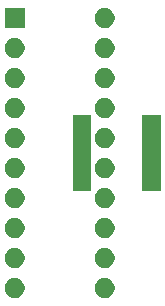
<source format=gbr>
G04 #@! TF.GenerationSoftware,KiCad,Pcbnew,(5.1.5)-3*
G04 #@! TF.CreationDate,2020-06-23T05:41:58-04:00*
G04 #@! TF.ProjectId,dip20tssop,64697032-3074-4737-936f-702e6b696361,rev?*
G04 #@! TF.SameCoordinates,Original*
G04 #@! TF.FileFunction,Soldermask,Top*
G04 #@! TF.FilePolarity,Negative*
%FSLAX46Y46*%
G04 Gerber Fmt 4.6, Leading zero omitted, Abs format (unit mm)*
G04 Created by KiCad (PCBNEW (5.1.5)-3) date 2020-06-23 05:41:58*
%MOMM*%
%LPD*%
G04 APERTURE LIST*
%ADD10C,0.100000*%
G04 APERTURE END LIST*
D10*
G36*
X114548228Y-93161703D02*
G01*
X114703100Y-93225853D01*
X114842481Y-93318985D01*
X114961015Y-93437519D01*
X115054147Y-93576900D01*
X115118297Y-93731772D01*
X115151000Y-93896184D01*
X115151000Y-94063816D01*
X115118297Y-94228228D01*
X115054147Y-94383100D01*
X114961015Y-94522481D01*
X114842481Y-94641015D01*
X114703100Y-94734147D01*
X114548228Y-94798297D01*
X114383816Y-94831000D01*
X114216184Y-94831000D01*
X114051772Y-94798297D01*
X113896900Y-94734147D01*
X113757519Y-94641015D01*
X113638985Y-94522481D01*
X113545853Y-94383100D01*
X113481703Y-94228228D01*
X113449000Y-94063816D01*
X113449000Y-93896184D01*
X113481703Y-93731772D01*
X113545853Y-93576900D01*
X113638985Y-93437519D01*
X113757519Y-93318985D01*
X113896900Y-93225853D01*
X114051772Y-93161703D01*
X114216184Y-93129000D01*
X114383816Y-93129000D01*
X114548228Y-93161703D01*
G37*
G36*
X106928228Y-93161703D02*
G01*
X107083100Y-93225853D01*
X107222481Y-93318985D01*
X107341015Y-93437519D01*
X107434147Y-93576900D01*
X107498297Y-93731772D01*
X107531000Y-93896184D01*
X107531000Y-94063816D01*
X107498297Y-94228228D01*
X107434147Y-94383100D01*
X107341015Y-94522481D01*
X107222481Y-94641015D01*
X107083100Y-94734147D01*
X106928228Y-94798297D01*
X106763816Y-94831000D01*
X106596184Y-94831000D01*
X106431772Y-94798297D01*
X106276900Y-94734147D01*
X106137519Y-94641015D01*
X106018985Y-94522481D01*
X105925853Y-94383100D01*
X105861703Y-94228228D01*
X105829000Y-94063816D01*
X105829000Y-93896184D01*
X105861703Y-93731772D01*
X105925853Y-93576900D01*
X106018985Y-93437519D01*
X106137519Y-93318985D01*
X106276900Y-93225853D01*
X106431772Y-93161703D01*
X106596184Y-93129000D01*
X106763816Y-93129000D01*
X106928228Y-93161703D01*
G37*
G36*
X114548228Y-90621703D02*
G01*
X114703100Y-90685853D01*
X114842481Y-90778985D01*
X114961015Y-90897519D01*
X115054147Y-91036900D01*
X115118297Y-91191772D01*
X115151000Y-91356184D01*
X115151000Y-91523816D01*
X115118297Y-91688228D01*
X115054147Y-91843100D01*
X114961015Y-91982481D01*
X114842481Y-92101015D01*
X114703100Y-92194147D01*
X114548228Y-92258297D01*
X114383816Y-92291000D01*
X114216184Y-92291000D01*
X114051772Y-92258297D01*
X113896900Y-92194147D01*
X113757519Y-92101015D01*
X113638985Y-91982481D01*
X113545853Y-91843100D01*
X113481703Y-91688228D01*
X113449000Y-91523816D01*
X113449000Y-91356184D01*
X113481703Y-91191772D01*
X113545853Y-91036900D01*
X113638985Y-90897519D01*
X113757519Y-90778985D01*
X113896900Y-90685853D01*
X114051772Y-90621703D01*
X114216184Y-90589000D01*
X114383816Y-90589000D01*
X114548228Y-90621703D01*
G37*
G36*
X106928228Y-90621703D02*
G01*
X107083100Y-90685853D01*
X107222481Y-90778985D01*
X107341015Y-90897519D01*
X107434147Y-91036900D01*
X107498297Y-91191772D01*
X107531000Y-91356184D01*
X107531000Y-91523816D01*
X107498297Y-91688228D01*
X107434147Y-91843100D01*
X107341015Y-91982481D01*
X107222481Y-92101015D01*
X107083100Y-92194147D01*
X106928228Y-92258297D01*
X106763816Y-92291000D01*
X106596184Y-92291000D01*
X106431772Y-92258297D01*
X106276900Y-92194147D01*
X106137519Y-92101015D01*
X106018985Y-91982481D01*
X105925853Y-91843100D01*
X105861703Y-91688228D01*
X105829000Y-91523816D01*
X105829000Y-91356184D01*
X105861703Y-91191772D01*
X105925853Y-91036900D01*
X106018985Y-90897519D01*
X106137519Y-90778985D01*
X106276900Y-90685853D01*
X106431772Y-90621703D01*
X106596184Y-90589000D01*
X106763816Y-90589000D01*
X106928228Y-90621703D01*
G37*
G36*
X106928228Y-88081703D02*
G01*
X107083100Y-88145853D01*
X107222481Y-88238985D01*
X107341015Y-88357519D01*
X107434147Y-88496900D01*
X107498297Y-88651772D01*
X107531000Y-88816184D01*
X107531000Y-88983816D01*
X107498297Y-89148228D01*
X107434147Y-89303100D01*
X107341015Y-89442481D01*
X107222481Y-89561015D01*
X107083100Y-89654147D01*
X106928228Y-89718297D01*
X106763816Y-89751000D01*
X106596184Y-89751000D01*
X106431772Y-89718297D01*
X106276900Y-89654147D01*
X106137519Y-89561015D01*
X106018985Y-89442481D01*
X105925853Y-89303100D01*
X105861703Y-89148228D01*
X105829000Y-88983816D01*
X105829000Y-88816184D01*
X105861703Y-88651772D01*
X105925853Y-88496900D01*
X106018985Y-88357519D01*
X106137519Y-88238985D01*
X106276900Y-88145853D01*
X106431772Y-88081703D01*
X106596184Y-88049000D01*
X106763816Y-88049000D01*
X106928228Y-88081703D01*
G37*
G36*
X114548228Y-88081703D02*
G01*
X114703100Y-88145853D01*
X114842481Y-88238985D01*
X114961015Y-88357519D01*
X115054147Y-88496900D01*
X115118297Y-88651772D01*
X115151000Y-88816184D01*
X115151000Y-88983816D01*
X115118297Y-89148228D01*
X115054147Y-89303100D01*
X114961015Y-89442481D01*
X114842481Y-89561015D01*
X114703100Y-89654147D01*
X114548228Y-89718297D01*
X114383816Y-89751000D01*
X114216184Y-89751000D01*
X114051772Y-89718297D01*
X113896900Y-89654147D01*
X113757519Y-89561015D01*
X113638985Y-89442481D01*
X113545853Y-89303100D01*
X113481703Y-89148228D01*
X113449000Y-88983816D01*
X113449000Y-88816184D01*
X113481703Y-88651772D01*
X113545853Y-88496900D01*
X113638985Y-88357519D01*
X113757519Y-88238985D01*
X113896900Y-88145853D01*
X114051772Y-88081703D01*
X114216184Y-88049000D01*
X114383816Y-88049000D01*
X114548228Y-88081703D01*
G37*
G36*
X106928228Y-85541703D02*
G01*
X107083100Y-85605853D01*
X107222481Y-85698985D01*
X107341015Y-85817519D01*
X107434147Y-85956900D01*
X107498297Y-86111772D01*
X107531000Y-86276184D01*
X107531000Y-86443816D01*
X107498297Y-86608228D01*
X107434147Y-86763100D01*
X107341015Y-86902481D01*
X107222481Y-87021015D01*
X107083100Y-87114147D01*
X106928228Y-87178297D01*
X106763816Y-87211000D01*
X106596184Y-87211000D01*
X106431772Y-87178297D01*
X106276900Y-87114147D01*
X106137519Y-87021015D01*
X106018985Y-86902481D01*
X105925853Y-86763100D01*
X105861703Y-86608228D01*
X105829000Y-86443816D01*
X105829000Y-86276184D01*
X105861703Y-86111772D01*
X105925853Y-85956900D01*
X106018985Y-85817519D01*
X106137519Y-85698985D01*
X106276900Y-85605853D01*
X106431772Y-85541703D01*
X106596184Y-85509000D01*
X106763816Y-85509000D01*
X106928228Y-85541703D01*
G37*
G36*
X114548228Y-85541703D02*
G01*
X114703100Y-85605853D01*
X114842481Y-85698985D01*
X114961015Y-85817519D01*
X115054147Y-85956900D01*
X115118297Y-86111772D01*
X115151000Y-86276184D01*
X115151000Y-86443816D01*
X115118297Y-86608228D01*
X115054147Y-86763100D01*
X114961015Y-86902481D01*
X114842481Y-87021015D01*
X114703100Y-87114147D01*
X114548228Y-87178297D01*
X114383816Y-87211000D01*
X114216184Y-87211000D01*
X114051772Y-87178297D01*
X113896900Y-87114147D01*
X113757519Y-87021015D01*
X113638985Y-86902481D01*
X113545853Y-86763100D01*
X113481703Y-86608228D01*
X113449000Y-86443816D01*
X113449000Y-86276184D01*
X113481703Y-86111772D01*
X113545853Y-85956900D01*
X113638985Y-85817519D01*
X113757519Y-85698985D01*
X113896900Y-85605853D01*
X114051772Y-85541703D01*
X114216184Y-85509000D01*
X114383816Y-85509000D01*
X114548228Y-85541703D01*
G37*
G36*
X119042000Y-85751000D02*
G01*
X117490000Y-85751000D01*
X117490000Y-79349000D01*
X119042000Y-79349000D01*
X119042000Y-85751000D01*
G37*
G36*
X113142000Y-85751000D02*
G01*
X111590000Y-85751000D01*
X111590000Y-79349000D01*
X113142000Y-79349000D01*
X113142000Y-85751000D01*
G37*
G36*
X114548228Y-83001703D02*
G01*
X114703100Y-83065853D01*
X114842481Y-83158985D01*
X114961015Y-83277519D01*
X115054147Y-83416900D01*
X115118297Y-83571772D01*
X115151000Y-83736184D01*
X115151000Y-83903816D01*
X115118297Y-84068228D01*
X115054147Y-84223100D01*
X114961015Y-84362481D01*
X114842481Y-84481015D01*
X114703100Y-84574147D01*
X114548228Y-84638297D01*
X114383816Y-84671000D01*
X114216184Y-84671000D01*
X114051772Y-84638297D01*
X113896900Y-84574147D01*
X113757519Y-84481015D01*
X113638985Y-84362481D01*
X113545853Y-84223100D01*
X113481703Y-84068228D01*
X113449000Y-83903816D01*
X113449000Y-83736184D01*
X113481703Y-83571772D01*
X113545853Y-83416900D01*
X113638985Y-83277519D01*
X113757519Y-83158985D01*
X113896900Y-83065853D01*
X114051772Y-83001703D01*
X114216184Y-82969000D01*
X114383816Y-82969000D01*
X114548228Y-83001703D01*
G37*
G36*
X106928228Y-83001703D02*
G01*
X107083100Y-83065853D01*
X107222481Y-83158985D01*
X107341015Y-83277519D01*
X107434147Y-83416900D01*
X107498297Y-83571772D01*
X107531000Y-83736184D01*
X107531000Y-83903816D01*
X107498297Y-84068228D01*
X107434147Y-84223100D01*
X107341015Y-84362481D01*
X107222481Y-84481015D01*
X107083100Y-84574147D01*
X106928228Y-84638297D01*
X106763816Y-84671000D01*
X106596184Y-84671000D01*
X106431772Y-84638297D01*
X106276900Y-84574147D01*
X106137519Y-84481015D01*
X106018985Y-84362481D01*
X105925853Y-84223100D01*
X105861703Y-84068228D01*
X105829000Y-83903816D01*
X105829000Y-83736184D01*
X105861703Y-83571772D01*
X105925853Y-83416900D01*
X106018985Y-83277519D01*
X106137519Y-83158985D01*
X106276900Y-83065853D01*
X106431772Y-83001703D01*
X106596184Y-82969000D01*
X106763816Y-82969000D01*
X106928228Y-83001703D01*
G37*
G36*
X106928228Y-80461703D02*
G01*
X107083100Y-80525853D01*
X107222481Y-80618985D01*
X107341015Y-80737519D01*
X107434147Y-80876900D01*
X107498297Y-81031772D01*
X107531000Y-81196184D01*
X107531000Y-81363816D01*
X107498297Y-81528228D01*
X107434147Y-81683100D01*
X107341015Y-81822481D01*
X107222481Y-81941015D01*
X107083100Y-82034147D01*
X106928228Y-82098297D01*
X106763816Y-82131000D01*
X106596184Y-82131000D01*
X106431772Y-82098297D01*
X106276900Y-82034147D01*
X106137519Y-81941015D01*
X106018985Y-81822481D01*
X105925853Y-81683100D01*
X105861703Y-81528228D01*
X105829000Y-81363816D01*
X105829000Y-81196184D01*
X105861703Y-81031772D01*
X105925853Y-80876900D01*
X106018985Y-80737519D01*
X106137519Y-80618985D01*
X106276900Y-80525853D01*
X106431772Y-80461703D01*
X106596184Y-80429000D01*
X106763816Y-80429000D01*
X106928228Y-80461703D01*
G37*
G36*
X114548228Y-80461703D02*
G01*
X114703100Y-80525853D01*
X114842481Y-80618985D01*
X114961015Y-80737519D01*
X115054147Y-80876900D01*
X115118297Y-81031772D01*
X115151000Y-81196184D01*
X115151000Y-81363816D01*
X115118297Y-81528228D01*
X115054147Y-81683100D01*
X114961015Y-81822481D01*
X114842481Y-81941015D01*
X114703100Y-82034147D01*
X114548228Y-82098297D01*
X114383816Y-82131000D01*
X114216184Y-82131000D01*
X114051772Y-82098297D01*
X113896900Y-82034147D01*
X113757519Y-81941015D01*
X113638985Y-81822481D01*
X113545853Y-81683100D01*
X113481703Y-81528228D01*
X113449000Y-81363816D01*
X113449000Y-81196184D01*
X113481703Y-81031772D01*
X113545853Y-80876900D01*
X113638985Y-80737519D01*
X113757519Y-80618985D01*
X113896900Y-80525853D01*
X114051772Y-80461703D01*
X114216184Y-80429000D01*
X114383816Y-80429000D01*
X114548228Y-80461703D01*
G37*
G36*
X114548228Y-77921703D02*
G01*
X114703100Y-77985853D01*
X114842481Y-78078985D01*
X114961015Y-78197519D01*
X115054147Y-78336900D01*
X115118297Y-78491772D01*
X115151000Y-78656184D01*
X115151000Y-78823816D01*
X115118297Y-78988228D01*
X115054147Y-79143100D01*
X114961015Y-79282481D01*
X114842481Y-79401015D01*
X114703100Y-79494147D01*
X114548228Y-79558297D01*
X114383816Y-79591000D01*
X114216184Y-79591000D01*
X114051772Y-79558297D01*
X113896900Y-79494147D01*
X113757519Y-79401015D01*
X113638985Y-79282481D01*
X113545853Y-79143100D01*
X113481703Y-78988228D01*
X113449000Y-78823816D01*
X113449000Y-78656184D01*
X113481703Y-78491772D01*
X113545853Y-78336900D01*
X113638985Y-78197519D01*
X113757519Y-78078985D01*
X113896900Y-77985853D01*
X114051772Y-77921703D01*
X114216184Y-77889000D01*
X114383816Y-77889000D01*
X114548228Y-77921703D01*
G37*
G36*
X106928228Y-77921703D02*
G01*
X107083100Y-77985853D01*
X107222481Y-78078985D01*
X107341015Y-78197519D01*
X107434147Y-78336900D01*
X107498297Y-78491772D01*
X107531000Y-78656184D01*
X107531000Y-78823816D01*
X107498297Y-78988228D01*
X107434147Y-79143100D01*
X107341015Y-79282481D01*
X107222481Y-79401015D01*
X107083100Y-79494147D01*
X106928228Y-79558297D01*
X106763816Y-79591000D01*
X106596184Y-79591000D01*
X106431772Y-79558297D01*
X106276900Y-79494147D01*
X106137519Y-79401015D01*
X106018985Y-79282481D01*
X105925853Y-79143100D01*
X105861703Y-78988228D01*
X105829000Y-78823816D01*
X105829000Y-78656184D01*
X105861703Y-78491772D01*
X105925853Y-78336900D01*
X106018985Y-78197519D01*
X106137519Y-78078985D01*
X106276900Y-77985853D01*
X106431772Y-77921703D01*
X106596184Y-77889000D01*
X106763816Y-77889000D01*
X106928228Y-77921703D01*
G37*
G36*
X106928228Y-75381703D02*
G01*
X107083100Y-75445853D01*
X107222481Y-75538985D01*
X107341015Y-75657519D01*
X107434147Y-75796900D01*
X107498297Y-75951772D01*
X107531000Y-76116184D01*
X107531000Y-76283816D01*
X107498297Y-76448228D01*
X107434147Y-76603100D01*
X107341015Y-76742481D01*
X107222481Y-76861015D01*
X107083100Y-76954147D01*
X106928228Y-77018297D01*
X106763816Y-77051000D01*
X106596184Y-77051000D01*
X106431772Y-77018297D01*
X106276900Y-76954147D01*
X106137519Y-76861015D01*
X106018985Y-76742481D01*
X105925853Y-76603100D01*
X105861703Y-76448228D01*
X105829000Y-76283816D01*
X105829000Y-76116184D01*
X105861703Y-75951772D01*
X105925853Y-75796900D01*
X106018985Y-75657519D01*
X106137519Y-75538985D01*
X106276900Y-75445853D01*
X106431772Y-75381703D01*
X106596184Y-75349000D01*
X106763816Y-75349000D01*
X106928228Y-75381703D01*
G37*
G36*
X114548228Y-75381703D02*
G01*
X114703100Y-75445853D01*
X114842481Y-75538985D01*
X114961015Y-75657519D01*
X115054147Y-75796900D01*
X115118297Y-75951772D01*
X115151000Y-76116184D01*
X115151000Y-76283816D01*
X115118297Y-76448228D01*
X115054147Y-76603100D01*
X114961015Y-76742481D01*
X114842481Y-76861015D01*
X114703100Y-76954147D01*
X114548228Y-77018297D01*
X114383816Y-77051000D01*
X114216184Y-77051000D01*
X114051772Y-77018297D01*
X113896900Y-76954147D01*
X113757519Y-76861015D01*
X113638985Y-76742481D01*
X113545853Y-76603100D01*
X113481703Y-76448228D01*
X113449000Y-76283816D01*
X113449000Y-76116184D01*
X113481703Y-75951772D01*
X113545853Y-75796900D01*
X113638985Y-75657519D01*
X113757519Y-75538985D01*
X113896900Y-75445853D01*
X114051772Y-75381703D01*
X114216184Y-75349000D01*
X114383816Y-75349000D01*
X114548228Y-75381703D01*
G37*
G36*
X106928228Y-72841703D02*
G01*
X107083100Y-72905853D01*
X107222481Y-72998985D01*
X107341015Y-73117519D01*
X107434147Y-73256900D01*
X107498297Y-73411772D01*
X107531000Y-73576184D01*
X107531000Y-73743816D01*
X107498297Y-73908228D01*
X107434147Y-74063100D01*
X107341015Y-74202481D01*
X107222481Y-74321015D01*
X107083100Y-74414147D01*
X106928228Y-74478297D01*
X106763816Y-74511000D01*
X106596184Y-74511000D01*
X106431772Y-74478297D01*
X106276900Y-74414147D01*
X106137519Y-74321015D01*
X106018985Y-74202481D01*
X105925853Y-74063100D01*
X105861703Y-73908228D01*
X105829000Y-73743816D01*
X105829000Y-73576184D01*
X105861703Y-73411772D01*
X105925853Y-73256900D01*
X106018985Y-73117519D01*
X106137519Y-72998985D01*
X106276900Y-72905853D01*
X106431772Y-72841703D01*
X106596184Y-72809000D01*
X106763816Y-72809000D01*
X106928228Y-72841703D01*
G37*
G36*
X114548228Y-72841703D02*
G01*
X114703100Y-72905853D01*
X114842481Y-72998985D01*
X114961015Y-73117519D01*
X115054147Y-73256900D01*
X115118297Y-73411772D01*
X115151000Y-73576184D01*
X115151000Y-73743816D01*
X115118297Y-73908228D01*
X115054147Y-74063100D01*
X114961015Y-74202481D01*
X114842481Y-74321015D01*
X114703100Y-74414147D01*
X114548228Y-74478297D01*
X114383816Y-74511000D01*
X114216184Y-74511000D01*
X114051772Y-74478297D01*
X113896900Y-74414147D01*
X113757519Y-74321015D01*
X113638985Y-74202481D01*
X113545853Y-74063100D01*
X113481703Y-73908228D01*
X113449000Y-73743816D01*
X113449000Y-73576184D01*
X113481703Y-73411772D01*
X113545853Y-73256900D01*
X113638985Y-73117519D01*
X113757519Y-72998985D01*
X113896900Y-72905853D01*
X114051772Y-72841703D01*
X114216184Y-72809000D01*
X114383816Y-72809000D01*
X114548228Y-72841703D01*
G37*
G36*
X114548228Y-70301703D02*
G01*
X114703100Y-70365853D01*
X114842481Y-70458985D01*
X114961015Y-70577519D01*
X115054147Y-70716900D01*
X115118297Y-70871772D01*
X115151000Y-71036184D01*
X115151000Y-71203816D01*
X115118297Y-71368228D01*
X115054147Y-71523100D01*
X114961015Y-71662481D01*
X114842481Y-71781015D01*
X114703100Y-71874147D01*
X114548228Y-71938297D01*
X114383816Y-71971000D01*
X114216184Y-71971000D01*
X114051772Y-71938297D01*
X113896900Y-71874147D01*
X113757519Y-71781015D01*
X113638985Y-71662481D01*
X113545853Y-71523100D01*
X113481703Y-71368228D01*
X113449000Y-71203816D01*
X113449000Y-71036184D01*
X113481703Y-70871772D01*
X113545853Y-70716900D01*
X113638985Y-70577519D01*
X113757519Y-70458985D01*
X113896900Y-70365853D01*
X114051772Y-70301703D01*
X114216184Y-70269000D01*
X114383816Y-70269000D01*
X114548228Y-70301703D01*
G37*
G36*
X107531000Y-71971000D02*
G01*
X105829000Y-71971000D01*
X105829000Y-70269000D01*
X107531000Y-70269000D01*
X107531000Y-71971000D01*
G37*
M02*

</source>
